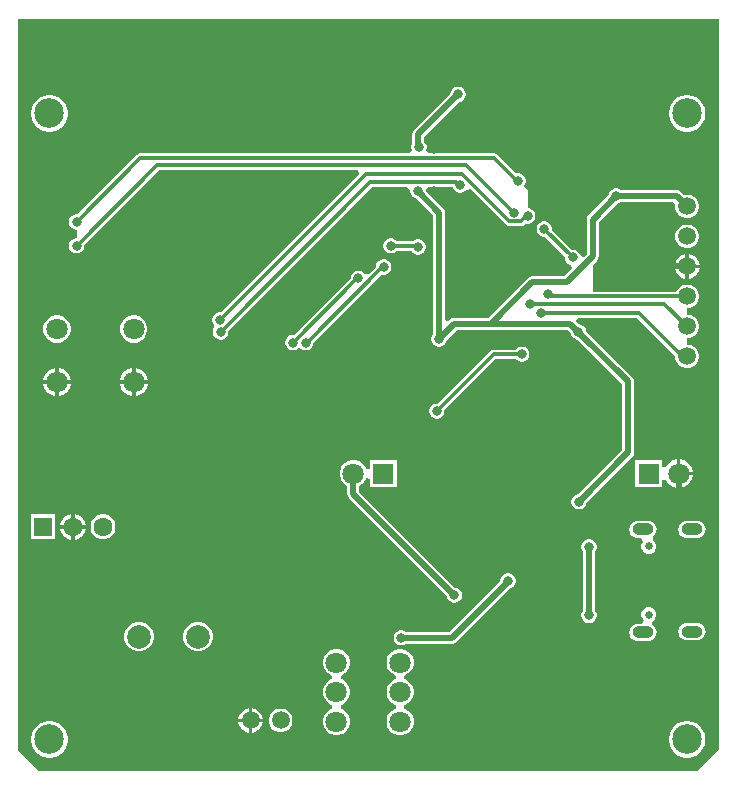
<source format=gbr>
G04*
G04 #@! TF.GenerationSoftware,Altium Limited,Altium Designer,24.3.1 (35)*
G04*
G04 Layer_Physical_Order=2*
G04 Layer_Color=16711680*
%FSAX25Y25*%
%MOIN*%
G70*
G04*
G04 #@! TF.SameCoordinates,A3C2EEE2-FC71-4F10-AF2F-9764D03318EB*
G04*
G04*
G04 #@! TF.FilePolarity,Positive*
G04*
G01*
G75*
%ADD31C,0.06299*%
%ADD32R,0.06299X0.06299*%
%ADD34C,0.05906*%
%ADD35C,0.07874*%
%ADD36C,0.07087*%
%ADD37R,0.07087X0.07087*%
%ADD38C,0.02559*%
%ADD39O,0.07087X0.03937*%
%ADD43C,0.01181*%
%ADD44C,0.01968*%
%ADD48C,0.09843*%
%ADD49C,0.03150*%
G36*
X0235016Y0008373D02*
X0227848Y0001204D01*
X0008373Y0001204D01*
X0001204Y0008373D01*
X0001204Y0251969D01*
X0235016Y0251969D01*
X0235016Y0008373D01*
X0235016Y0008373D02*
G37*
%LPC*%
G36*
X0225010Y0226575D02*
X0223808Y0226575D01*
X0222629Y0226340D01*
X0221519Y0225880D01*
X0220519Y0225213D01*
X0219669Y0224362D01*
X0219002Y0223363D01*
X0218542Y0222252D01*
X0218307Y0221074D01*
X0218307Y0219871D01*
X0218542Y0218692D01*
X0219002Y0217582D01*
X0219669Y0216582D01*
X0220519Y0215732D01*
X0221519Y0215065D01*
X0222629Y0214605D01*
X0223808Y0214370D01*
X0225010Y0214370D01*
X0226189Y0214605D01*
X0227300Y0215065D01*
X0228299Y0215732D01*
X0229150Y0216582D01*
X0229817Y0217582D01*
X0230277Y0218692D01*
X0230512Y0219871D01*
X0230512Y0221074D01*
X0230277Y0222252D01*
X0229817Y0223363D01*
X0229150Y0224362D01*
X0228299Y0225213D01*
X0227300Y0225880D01*
X0226189Y0226340D01*
X0225010Y0226575D01*
X0225010Y0226575D02*
G37*
G36*
X0012412Y0226575D02*
X0011210Y0226575D01*
X0010031Y0226340D01*
X0008920Y0225880D01*
X0007921Y0225213D01*
X0007071Y0224362D01*
X0006403Y0223363D01*
X0005943Y0222252D01*
X0005709Y0221074D01*
X0005709Y0219871D01*
X0005943Y0218692D01*
X0006403Y0217582D01*
X0007071Y0216582D01*
X0007921Y0215732D01*
X0008920Y0215065D01*
X0010031Y0214605D01*
X0011210Y0214370D01*
X0012412Y0214370D01*
X0013591Y0214605D01*
X0014702Y0215065D01*
X0015701Y0215732D01*
X0016551Y0216582D01*
X0017219Y0217582D01*
X0017679Y0218692D01*
X0017913Y0219871D01*
X0017913Y0221074D01*
X0017679Y0222252D01*
X0017219Y0223363D01*
X0016551Y0224362D01*
X0015701Y0225213D01*
X0014702Y0225880D01*
X0013591Y0226340D01*
X0012412Y0226575D01*
X0012412Y0226575D02*
G37*
G36*
X0148368Y0229331D02*
X0147695Y0229331D01*
X0147044Y0229156D01*
X0146460Y0228819D01*
X0145984Y0228343D01*
X0145647Y0227759D01*
X0145473Y0227109D01*
X0145473Y0227051D01*
X0133348Y0214927D01*
X0132913Y0214276D01*
X0132761Y0213508D01*
X0132761Y0210429D01*
X0132609Y0210167D01*
X0132434Y0209516D01*
X0132434Y0208842D01*
X0132580Y0208299D01*
X0132552Y0208109D01*
X0131865Y0207118D01*
X0042126Y0207118D01*
X0041511Y0206995D01*
X0040991Y0206647D01*
X0040991Y0206647D01*
X0021154Y0186811D01*
X0020529Y0186811D01*
X0019878Y0186637D01*
X0019295Y0186300D01*
X0018818Y0185823D01*
X0018482Y0185240D01*
X0018307Y0184589D01*
X0018307Y0183915D01*
X0018482Y0183264D01*
X0018818Y0182681D01*
X0019295Y0182204D01*
X0019878Y0181867D01*
X0020529Y0181693D01*
X0020866Y0181693D01*
X0020866Y0178937D01*
X0020529Y0178937D01*
X0019878Y0178763D01*
X0019295Y0178426D01*
X0018818Y0177949D01*
X0018482Y0177366D01*
X0018307Y0176715D01*
X0018307Y0176041D01*
X0018482Y0175390D01*
X0018818Y0174807D01*
X0019295Y0174330D01*
X0019878Y0173993D01*
X0020529Y0173819D01*
X0021203Y0173819D01*
X0021854Y0173993D01*
X0022437Y0174330D01*
X0022914Y0174807D01*
X0023251Y0175390D01*
X0023425Y0176041D01*
X0023425Y0176666D01*
X0048303Y0201544D01*
X0114687Y0201544D01*
X0115176Y0200363D01*
X0068939Y0154126D01*
X0068314Y0154126D01*
X0067663Y0153952D01*
X0067080Y0153615D01*
X0066603Y0153138D01*
X0066266Y0152555D01*
X0066092Y0151904D01*
X0066092Y0151230D01*
X0066266Y0150579D01*
X0066603Y0149996D01*
X0066850Y0149209D01*
X0066513Y0148626D01*
X0066339Y0147975D01*
X0066339Y0147301D01*
X0066513Y0146650D01*
X0066850Y0146066D01*
X0067326Y0145590D01*
X0067910Y0145253D01*
X0068561Y0145079D01*
X0069235Y0145079D01*
X0069885Y0145253D01*
X0070469Y0145590D01*
X0070945Y0146066D01*
X0071282Y0146650D01*
X0071457Y0147301D01*
X0071457Y0147926D01*
X0119366Y0195835D01*
X0131161Y0195835D01*
X0132087Y0194825D01*
X0132087Y0194151D01*
X0132261Y0193500D01*
X0132598Y0192917D01*
X0133074Y0192440D01*
X0133658Y0192104D01*
X0134309Y0191929D01*
X0134366Y0191929D01*
X0139725Y0186570D01*
X0139725Y0146888D01*
X0139684Y0146847D01*
X0139348Y0146263D01*
X0139173Y0145613D01*
X0139173Y0144939D01*
X0139348Y0144288D01*
X0139684Y0143704D01*
X0140161Y0143228D01*
X0140744Y0142891D01*
X0141395Y0142717D01*
X0142069Y0142717D01*
X0142720Y0142891D01*
X0143304Y0143228D01*
X0143780Y0143704D01*
X0144117Y0144288D01*
X0144291Y0144939D01*
X0144291Y0144996D01*
X0147682Y0148387D01*
X0184602Y0148387D01*
X0185630Y0147358D01*
X0185630Y0147301D01*
X0185804Y0146650D01*
X0186141Y0146066D01*
X0186618Y0145590D01*
X0187201Y0145253D01*
X0187852Y0145079D01*
X0187910Y0145079D01*
X0202717Y0130271D01*
X0202717Y0108312D01*
X0188008Y0093602D01*
X0187951Y0093602D01*
X0187300Y0093428D01*
X0186716Y0093091D01*
X0186240Y0092615D01*
X0185903Y0092031D01*
X0185728Y0091380D01*
X0185728Y0090706D01*
X0185903Y0090056D01*
X0186240Y0089472D01*
X0186716Y0088996D01*
X0187300Y0088659D01*
X0187951Y0088484D01*
X0188624Y0088484D01*
X0189275Y0088659D01*
X0189859Y0088996D01*
X0190335Y0089472D01*
X0190672Y0090056D01*
X0190847Y0090706D01*
X0190847Y0090764D01*
X0206144Y0106061D01*
X0206579Y0106712D01*
X0206732Y0107480D01*
X0206732Y0131102D01*
X0206579Y0131870D01*
X0206144Y0132522D01*
X0190748Y0147917D01*
X0190748Y0147975D01*
X0190574Y0148626D01*
X0190237Y0149209D01*
X0189760Y0149686D01*
X0189177Y0150022D01*
X0188526Y0150197D01*
X0188468Y0150197D01*
X0187437Y0151228D01*
X0187927Y0152409D01*
X0207525Y0152409D01*
X0220268Y0139666D01*
X0220268Y0139666D01*
X0220472Y0139529D01*
X0220472Y0138970D01*
X0220741Y0137969D01*
X0221259Y0137071D01*
X0221992Y0136338D01*
X0222890Y0135819D01*
X0223891Y0135551D01*
X0224928Y0135551D01*
X0225929Y0135819D01*
X0226827Y0136338D01*
X0227560Y0137071D01*
X0228078Y0137969D01*
X0228346Y0138970D01*
X0228346Y0140006D01*
X0228078Y0141008D01*
X0227560Y0141905D01*
X0226827Y0142639D01*
X0225929Y0143157D01*
X0224928Y0143425D01*
X0224409Y0143425D01*
X0224409Y0145551D01*
X0224928Y0145551D01*
X0225929Y0145819D01*
X0226827Y0146338D01*
X0227560Y0147071D01*
X0228078Y0147968D01*
X0228346Y0148970D01*
X0228346Y0150006D01*
X0228078Y0151008D01*
X0227560Y0151906D01*
X0226827Y0152638D01*
X0225929Y0153157D01*
X0224928Y0153425D01*
X0224409Y0153425D01*
X0224409Y0155551D01*
X0224928Y0155551D01*
X0225929Y0155819D01*
X0226827Y0156338D01*
X0227560Y0157071D01*
X0228078Y0157968D01*
X0228346Y0158970D01*
X0228346Y0160006D01*
X0228078Y0161008D01*
X0227560Y0161906D01*
X0226827Y0162638D01*
X0225929Y0163157D01*
X0224928Y0163425D01*
X0223891Y0163425D01*
X0222890Y0163157D01*
X0221992Y0162638D01*
X0221259Y0161906D01*
X0220790Y0161094D01*
X0192913Y0161094D01*
X0192913Y0169996D01*
X0194333Y0171415D01*
X0194768Y0172067D01*
X0194921Y0172835D01*
X0194921Y0184208D01*
X0201067Y0190354D01*
X0201124Y0190354D01*
X0201775Y0190529D01*
X0202359Y0190866D01*
X0202399Y0190906D01*
X0219559Y0190906D01*
X0220472Y0190006D01*
X0220472Y0188970D01*
X0220741Y0187969D01*
X0221259Y0187071D01*
X0221992Y0186338D01*
X0222890Y0185819D01*
X0223891Y0185551D01*
X0224928Y0185551D01*
X0225929Y0185819D01*
X0226827Y0186338D01*
X0227560Y0187071D01*
X0228078Y0187969D01*
X0228346Y0188970D01*
X0228346Y0190006D01*
X0228078Y0191008D01*
X0227560Y0191905D01*
X0226827Y0192639D01*
X0225929Y0193157D01*
X0224928Y0193425D01*
X0223891Y0193425D01*
X0223433Y0193303D01*
X0222403Y0194333D01*
X0221752Y0194768D01*
X0220984Y0194921D01*
X0202399Y0194921D01*
X0202359Y0194961D01*
X0201775Y0195298D01*
X0201124Y0195472D01*
X0200450Y0195472D01*
X0199800Y0195298D01*
X0199216Y0194961D01*
X0198740Y0194485D01*
X0198403Y0193901D01*
X0198228Y0193250D01*
X0198228Y0193193D01*
X0191494Y0186459D01*
X0191059Y0185807D01*
X0190906Y0185039D01*
X0190906Y0173666D01*
X0189961Y0172720D01*
X0189578Y0172739D01*
X0188688Y0173118D01*
X0188605Y0173429D01*
X0188268Y0174012D01*
X0187792Y0174489D01*
X0187208Y0174826D01*
X0186557Y0175000D01*
X0185932Y0175000D01*
X0179331Y0181601D01*
X0179331Y0182227D01*
X0179156Y0182878D01*
X0178819Y0183461D01*
X0178343Y0183938D01*
X0177759Y0184274D01*
X0177109Y0184449D01*
X0176435Y0184449D01*
X0175784Y0184274D01*
X0175200Y0183938D01*
X0174724Y0183461D01*
X0174387Y0182878D01*
X0174213Y0182227D01*
X0174213Y0181553D01*
X0174387Y0180902D01*
X0174724Y0180318D01*
X0175200Y0179842D01*
X0175784Y0179505D01*
X0176435Y0179331D01*
X0177060Y0179331D01*
X0183661Y0172729D01*
X0183661Y0172104D01*
X0183836Y0171453D01*
X0184173Y0170870D01*
X0184649Y0170393D01*
X0185233Y0170056D01*
X0185543Y0169973D01*
X0185923Y0169084D01*
X0185941Y0168701D01*
X0183421Y0166180D01*
X0172835Y0166180D01*
X0172067Y0166027D01*
X0171415Y0165592D01*
X0158224Y0152401D01*
X0146850Y0152401D01*
X0146082Y0152248D01*
X0145431Y0151813D01*
X0144831Y0151212D01*
X0143739Y0151664D01*
X0143739Y0187402D01*
X0143587Y0188170D01*
X0143151Y0188821D01*
X0137318Y0194654D01*
X0137365Y0195000D01*
X0138130Y0195835D01*
X0146347Y0195835D01*
X0146392Y0195666D01*
X0146729Y0195082D01*
X0147206Y0194606D01*
X0147789Y0194269D01*
X0148440Y0194095D01*
X0149114Y0194095D01*
X0149765Y0194269D01*
X0150348Y0194606D01*
X0150825Y0195082D01*
X0152193Y0195142D01*
X0164022Y0183313D01*
X0164543Y0182965D01*
X0165157Y0182843D01*
X0165157Y0182843D01*
X0168955Y0182843D01*
X0168956Y0182843D01*
X0169570Y0182965D01*
X0170091Y0183313D01*
X0170541Y0183764D01*
X0170923Y0183661D01*
X0171597Y0183661D01*
X0172248Y0183836D01*
X0172831Y0184173D01*
X0173308Y0184649D01*
X0173644Y0185233D01*
X0173819Y0185884D01*
X0173819Y0186557D01*
X0173644Y0187208D01*
X0173308Y0187792D01*
X0172831Y0188268D01*
X0172248Y0188605D01*
X0171597Y0188779D01*
X0171260Y0188779D01*
X0171260Y0194882D01*
X0169920Y0196222D01*
X0170158Y0196460D01*
X0170495Y0197044D01*
X0170669Y0197695D01*
X0170669Y0198368D01*
X0170495Y0199019D01*
X0170158Y0199603D01*
X0169682Y0200079D01*
X0169098Y0200416D01*
X0168447Y0200591D01*
X0167773Y0200591D01*
X0167421Y0200496D01*
X0161270Y0206647D01*
X0160749Y0206995D01*
X0160135Y0207118D01*
X0160135Y0207118D01*
X0138122Y0207118D01*
X0137435Y0208109D01*
X0137407Y0208299D01*
X0137553Y0208842D01*
X0137553Y0209516D01*
X0137378Y0210167D01*
X0137041Y0210750D01*
X0136775Y0211017D01*
X0136775Y0212676D01*
X0148311Y0224213D01*
X0148368Y0224213D01*
X0149019Y0224387D01*
X0149603Y0224724D01*
X0150079Y0225200D01*
X0150416Y0225784D01*
X0150591Y0226435D01*
X0150591Y0227109D01*
X0150416Y0227759D01*
X0150079Y0228343D01*
X0149603Y0228819D01*
X0149019Y0229156D01*
X0148368Y0229331D01*
X0148368Y0229331D02*
G37*
G36*
X0224928Y0183425D02*
X0223891Y0183425D01*
X0222890Y0183157D01*
X0221992Y0182639D01*
X0221259Y0181905D01*
X0220741Y0181008D01*
X0220472Y0180006D01*
X0220472Y0178970D01*
X0220741Y0177969D01*
X0221259Y0177071D01*
X0221992Y0176338D01*
X0222890Y0175819D01*
X0223891Y0175551D01*
X0224928Y0175551D01*
X0225929Y0175819D01*
X0226827Y0176338D01*
X0227560Y0177071D01*
X0228078Y0177969D01*
X0228346Y0178970D01*
X0228346Y0180006D01*
X0228078Y0181008D01*
X0227560Y0181905D01*
X0226827Y0182639D01*
X0225929Y0183157D01*
X0224928Y0183425D01*
X0224928Y0183425D02*
G37*
G36*
X0125927Y0178937D02*
X0125254Y0178937D01*
X0124603Y0178763D01*
X0124019Y0178426D01*
X0123543Y0177949D01*
X0123206Y0177366D01*
X0123031Y0176715D01*
X0123031Y0176041D01*
X0123206Y0175390D01*
X0123543Y0174807D01*
X0124019Y0174330D01*
X0124603Y0173993D01*
X0125254Y0173819D01*
X0125927Y0173819D01*
X0126578Y0173993D01*
X0127162Y0174330D01*
X0127407Y0174575D01*
X0132575Y0174575D01*
X0132669Y0174413D01*
X0133145Y0173936D01*
X0133729Y0173600D01*
X0134380Y0173425D01*
X0135054Y0173425D01*
X0135704Y0173600D01*
X0136288Y0173936D01*
X0136764Y0174413D01*
X0137101Y0174996D01*
X0137276Y0175647D01*
X0137276Y0176321D01*
X0137101Y0176972D01*
X0136764Y0177556D01*
X0136288Y0178032D01*
X0135704Y0178369D01*
X0135054Y0178543D01*
X0134380Y0178543D01*
X0133729Y0178369D01*
X0133145Y0178032D01*
X0132900Y0177787D01*
X0127732Y0177787D01*
X0127638Y0177949D01*
X0127162Y0178426D01*
X0126578Y0178763D01*
X0125927Y0178937D01*
X0125927Y0178937D02*
G37*
G36*
X0225000Y0173609D02*
X0225000Y0170079D01*
X0228531Y0170079D01*
X0228262Y0171084D01*
X0227717Y0172026D01*
X0226948Y0172796D01*
X0226005Y0173340D01*
X0225000Y0173609D01*
X0225000Y0173609D02*
G37*
G36*
X0223819Y0173609D02*
X0222814Y0173340D01*
X0221871Y0172796D01*
X0221101Y0172026D01*
X0220557Y0171084D01*
X0220288Y0170079D01*
X0223819Y0170079D01*
X0223819Y0173609D01*
X0223819Y0173609D02*
G37*
G36*
X0123565Y0171850D02*
X0122891Y0171850D01*
X0122241Y0171676D01*
X0121657Y0171339D01*
X0121181Y0170863D01*
X0120844Y0170279D01*
X0120669Y0169628D01*
X0120669Y0169397D01*
X0118258Y0166985D01*
X0116889Y0167045D01*
X0116412Y0167522D01*
X0115829Y0167858D01*
X0115178Y0168033D01*
X0114504Y0168033D01*
X0113854Y0167858D01*
X0113270Y0167522D01*
X0112794Y0167045D01*
X0112457Y0166462D01*
X0112282Y0165811D01*
X0112282Y0165579D01*
X0093334Y0146631D01*
X0093250Y0146653D01*
X0092576Y0146653D01*
X0091926Y0146479D01*
X0091342Y0146142D01*
X0090866Y0145666D01*
X0090529Y0145082D01*
X0090354Y0144431D01*
X0090354Y0143758D01*
X0090529Y0143107D01*
X0090866Y0142523D01*
X0091342Y0142047D01*
X0091926Y0141710D01*
X0092576Y0141535D01*
X0093250Y0141535D01*
X0093901Y0141710D01*
X0094485Y0142047D01*
X0095079Y0142445D01*
X0095673Y0142047D01*
X0096256Y0141710D01*
X0096907Y0141535D01*
X0097581Y0141535D01*
X0098232Y0141710D01*
X0098815Y0142047D01*
X0099292Y0142523D01*
X0099629Y0143107D01*
X0099803Y0143758D01*
X0099803Y0143989D01*
X0122619Y0166805D01*
X0122891Y0166732D01*
X0123565Y0166732D01*
X0124216Y0166907D01*
X0124800Y0167244D01*
X0125276Y0167720D01*
X0125613Y0168304D01*
X0125787Y0168954D01*
X0125787Y0169628D01*
X0125613Y0170279D01*
X0125276Y0170863D01*
X0124800Y0171339D01*
X0124216Y0171676D01*
X0123565Y0171850D01*
X0123565Y0171850D02*
G37*
G36*
X0228531Y0168898D02*
X0225000Y0168898D01*
X0225000Y0165367D01*
X0226005Y0165636D01*
X0226948Y0166180D01*
X0227717Y0166950D01*
X0228262Y0167893D01*
X0228531Y0168898D01*
X0228531Y0168898D02*
G37*
G36*
X0223819Y0168898D02*
X0220288Y0168898D01*
X0220557Y0167893D01*
X0221101Y0166950D01*
X0221871Y0166180D01*
X0222814Y0165636D01*
X0223819Y0165367D01*
X0223819Y0168898D01*
X0223819Y0168898D02*
G37*
G36*
X0040557Y0153150D02*
X0039365Y0153150D01*
X0038213Y0152841D01*
X0037181Y0152245D01*
X0036338Y0151402D01*
X0035742Y0150370D01*
X0035433Y0149218D01*
X0035433Y0148026D01*
X0035742Y0146874D01*
X0036338Y0145842D01*
X0037181Y0144999D01*
X0038213Y0144403D01*
X0039365Y0144095D01*
X0040557Y0144095D01*
X0041708Y0144403D01*
X0042741Y0144999D01*
X0043584Y0145842D01*
X0044180Y0146874D01*
X0044488Y0148026D01*
X0044488Y0149218D01*
X0044180Y0150370D01*
X0043584Y0151402D01*
X0042741Y0152245D01*
X0041708Y0152841D01*
X0040557Y0153150D01*
X0040557Y0153150D02*
G37*
G36*
X0014966Y0153150D02*
X0013774Y0153150D01*
X0012622Y0152841D01*
X0011590Y0152245D01*
X0010747Y0151402D01*
X0010151Y0150370D01*
X0009843Y0149218D01*
X0009843Y0148026D01*
X0010151Y0146874D01*
X0010747Y0145842D01*
X0011590Y0144999D01*
X0012622Y0144403D01*
X0013774Y0144095D01*
X0014966Y0144095D01*
X0016118Y0144403D01*
X0017150Y0144999D01*
X0017993Y0145842D01*
X0018589Y0146874D01*
X0018898Y0148026D01*
X0018898Y0149218D01*
X0018589Y0150370D01*
X0017993Y0151402D01*
X0017150Y0152245D01*
X0016118Y0152841D01*
X0014966Y0153150D01*
X0014966Y0153150D02*
G37*
G36*
X0169628Y0142717D02*
X0168954Y0142717D01*
X0168304Y0142542D01*
X0167720Y0142205D01*
X0167278Y0141763D01*
X0159899Y0141763D01*
X0159285Y0141641D01*
X0158764Y0141293D01*
X0158764Y0141293D01*
X0141233Y0123762D01*
X0140608Y0123762D01*
X0139957Y0123588D01*
X0139374Y0123251D01*
X0138897Y0122774D01*
X0138560Y0122191D01*
X0138386Y0121540D01*
X0138386Y0120866D01*
X0138560Y0120215D01*
X0138897Y0119632D01*
X0139374Y0119155D01*
X0139957Y0118818D01*
X0140608Y0118644D01*
X0141282Y0118644D01*
X0141933Y0118818D01*
X0142516Y0119155D01*
X0142993Y0119632D01*
X0143330Y0120215D01*
X0143504Y0120866D01*
X0143504Y0121491D01*
X0160564Y0138552D01*
X0167278Y0138552D01*
X0167720Y0138110D01*
X0168304Y0137773D01*
X0168954Y0137598D01*
X0169628Y0137598D01*
X0170279Y0137773D01*
X0170863Y0138110D01*
X0171339Y0138586D01*
X0171676Y0139170D01*
X0171850Y0139821D01*
X0171850Y0140494D01*
X0171676Y0141145D01*
X0171339Y0141729D01*
X0170863Y0142205D01*
X0170279Y0142542D01*
X0169628Y0142717D01*
X0169628Y0142717D02*
G37*
G36*
X0040583Y0135630D02*
X0040551Y0135630D01*
X0040551Y0131496D01*
X0044685Y0131496D01*
X0044685Y0131527D01*
X0044363Y0132729D01*
X0043741Y0133806D01*
X0042862Y0134686D01*
X0041784Y0135308D01*
X0040583Y0135630D01*
X0040583Y0135630D02*
G37*
G36*
X0014992Y0135630D02*
X0014961Y0135630D01*
X0014961Y0131496D01*
X0019094Y0131496D01*
X0019094Y0131527D01*
X0018772Y0132729D01*
X0018150Y0133806D01*
X0017271Y0134686D01*
X0016194Y0135308D01*
X0014992Y0135630D01*
X0014992Y0135630D02*
G37*
G36*
X0039370Y0135630D02*
X0039339Y0135630D01*
X0038137Y0135308D01*
X0037060Y0134686D01*
X0036180Y0133806D01*
X0035558Y0132729D01*
X0035236Y0131527D01*
X0035236Y0131496D01*
X0039370Y0131496D01*
X0039370Y0135630D01*
X0039370Y0135630D02*
G37*
G36*
X0013780Y0135630D02*
X0013748Y0135630D01*
X0012547Y0135308D01*
X0011469Y0134686D01*
X0010590Y0133806D01*
X0009968Y0132729D01*
X0009646Y0131527D01*
X0009646Y0131496D01*
X0013780Y0131496D01*
X0013780Y0135630D01*
X0013780Y0135630D02*
G37*
G36*
X0044685Y0130315D02*
X0040551Y0130315D01*
X0040551Y0126181D01*
X0040583Y0126181D01*
X0041784Y0126503D01*
X0042862Y0127125D01*
X0043741Y0128005D01*
X0044363Y0129082D01*
X0044685Y0130283D01*
X0044685Y0130315D01*
X0044685Y0130315D02*
G37*
G36*
X0039370Y0130315D02*
X0035236Y0130315D01*
X0035236Y0130283D01*
X0035558Y0129082D01*
X0036180Y0128005D01*
X0037060Y0127125D01*
X0038137Y0126503D01*
X0039339Y0126181D01*
X0039370Y0126181D01*
X0039370Y0130315D01*
X0039370Y0130315D02*
G37*
G36*
X0019094Y0130315D02*
X0014961Y0130315D01*
X0014961Y0126181D01*
X0014992Y0126181D01*
X0016194Y0126503D01*
X0017271Y0127125D01*
X0018150Y0128005D01*
X0018772Y0129082D01*
X0019094Y0130283D01*
X0019094Y0130315D01*
X0019094Y0130315D02*
G37*
G36*
X0013780Y0130315D02*
X0009646Y0130315D01*
X0009646Y0130283D01*
X0009968Y0129082D01*
X0010590Y0128005D01*
X0011469Y0127125D01*
X0012547Y0126503D01*
X0013748Y0126181D01*
X0013780Y0126181D01*
X0013780Y0130315D01*
X0013780Y0130315D02*
G37*
G36*
X0220945Y0105118D02*
X0220913Y0105118D01*
X0219712Y0104796D01*
X0218635Y0104174D01*
X0217755Y0103295D01*
X0217244Y0102410D01*
X0216553Y0102433D01*
X0216063Y0102615D01*
X0216063Y0104921D01*
X0207008Y0104921D01*
X0207008Y0095866D01*
X0216063Y0095866D01*
X0216063Y0098172D01*
X0216553Y0098354D01*
X0217244Y0098378D01*
X0217755Y0097493D01*
X0218635Y0096613D01*
X0219712Y0095991D01*
X0220913Y0095669D01*
X0220945Y0095669D01*
X0220945Y0100394D01*
X0220945Y0105118D01*
X0220945Y0105118D02*
G37*
G36*
X0127638Y0104921D02*
X0118583Y0104921D01*
X0118583Y0102027D01*
X0117402Y0101871D01*
X0117329Y0102141D01*
X0116733Y0103174D01*
X0115890Y0104017D01*
X0114858Y0104613D01*
X0113706Y0104921D01*
X0112514Y0104921D01*
X0111363Y0104613D01*
X0110330Y0104017D01*
X0109487Y0103174D01*
X0108891Y0102141D01*
X0108583Y0100990D01*
X0108583Y0099798D01*
X0108891Y0098646D01*
X0109487Y0097614D01*
X0110330Y0096771D01*
X0111103Y0096325D01*
X0111103Y0093583D01*
X0111256Y0092815D01*
X0111691Y0092163D01*
X0144291Y0059563D01*
X0144291Y0059506D01*
X0144466Y0058855D01*
X0144803Y0058271D01*
X0145279Y0057795D01*
X0145863Y0057458D01*
X0146513Y0057284D01*
X0147187Y0057284D01*
X0147838Y0057458D01*
X0148422Y0057795D01*
X0148898Y0058271D01*
X0149235Y0058855D01*
X0149409Y0059506D01*
X0149409Y0060179D01*
X0149235Y0060830D01*
X0148898Y0061414D01*
X0148422Y0061890D01*
X0147838Y0062227D01*
X0147187Y0062402D01*
X0147130Y0062402D01*
X0115117Y0094414D01*
X0115117Y0096325D01*
X0115890Y0096771D01*
X0116733Y0097614D01*
X0117329Y0098646D01*
X0117402Y0098916D01*
X0118583Y0098761D01*
X0118583Y0095866D01*
X0127638Y0095866D01*
X0127638Y0104921D01*
X0127638Y0104921D02*
G37*
G36*
X0222157Y0105118D02*
X0222126Y0105118D01*
X0222126Y0100984D01*
X0226260Y0100984D01*
X0226260Y0101016D01*
X0225938Y0102217D01*
X0225316Y0103295D01*
X0224436Y0104174D01*
X0223359Y0104796D01*
X0222157Y0105118D01*
X0222157Y0105118D02*
G37*
G36*
X0226260Y0099803D02*
X0222126Y0099803D01*
X0222126Y0095669D01*
X0222157Y0095669D01*
X0223359Y0095991D01*
X0224436Y0096613D01*
X0225316Y0097493D01*
X0225938Y0098570D01*
X0226260Y0099772D01*
X0226260Y0099803D01*
X0226260Y0099803D02*
G37*
G36*
X0020276Y0087002D02*
X0020276Y0083268D01*
X0024010Y0083268D01*
X0023721Y0084349D01*
X0023151Y0085336D01*
X0022344Y0086143D01*
X0021357Y0086713D01*
X0020276Y0087002D01*
X0020276Y0087002D02*
G37*
G36*
X0019094Y0087002D02*
X0018013Y0086713D01*
X0017026Y0086143D01*
X0016220Y0085336D01*
X0015650Y0084349D01*
X0015360Y0083268D01*
X0019094Y0083268D01*
X0019094Y0087002D01*
X0019094Y0087002D02*
G37*
G36*
X0227559Y0084750D02*
X0224409Y0084750D01*
X0223639Y0084648D01*
X0222920Y0084351D01*
X0222304Y0083877D01*
X0221830Y0083261D01*
X0221533Y0082542D01*
X0221431Y0081772D01*
X0221533Y0081001D01*
X0221830Y0080282D01*
X0222304Y0079666D01*
X0222920Y0079192D01*
X0223639Y0078895D01*
X0224409Y0078793D01*
X0227559Y0078793D01*
X0228330Y0078895D01*
X0229048Y0079192D01*
X0229665Y0079666D01*
X0230138Y0080282D01*
X0230436Y0081001D01*
X0230537Y0081772D01*
X0230436Y0082542D01*
X0230138Y0083261D01*
X0229665Y0083877D01*
X0229048Y0084351D01*
X0228330Y0084648D01*
X0227559Y0084750D01*
X0227559Y0084750D02*
G37*
G36*
X0030229Y0086811D02*
X0029141Y0086811D01*
X0028089Y0086529D01*
X0027147Y0085985D01*
X0026377Y0085215D01*
X0025833Y0084273D01*
X0025551Y0083221D01*
X0025551Y0082133D01*
X0025833Y0081082D01*
X0026377Y0080139D01*
X0027147Y0079369D01*
X0028089Y0078825D01*
X0029141Y0078543D01*
X0030229Y0078543D01*
X0031281Y0078825D01*
X0032223Y0079369D01*
X0032993Y0080139D01*
X0033537Y0081082D01*
X0033819Y0082133D01*
X0033819Y0083221D01*
X0033537Y0084273D01*
X0032993Y0085215D01*
X0032223Y0085985D01*
X0031281Y0086529D01*
X0030229Y0086811D01*
X0030229Y0086811D02*
G37*
G36*
X0013819Y0086811D02*
X0005551Y0086811D01*
X0005551Y0078543D01*
X0013819Y0078543D01*
X0013819Y0086811D01*
X0013819Y0086811D02*
G37*
G36*
X0024010Y0082087D02*
X0020276Y0082087D01*
X0020276Y0078352D01*
X0021357Y0078642D01*
X0022344Y0079212D01*
X0023151Y0080018D01*
X0023721Y0081006D01*
X0024010Y0082087D01*
X0024010Y0082087D02*
G37*
G36*
X0019094Y0082087D02*
X0015360Y0082087D01*
X0015650Y0081006D01*
X0016220Y0080018D01*
X0017026Y0079212D01*
X0018013Y0078642D01*
X0019094Y0078352D01*
X0019094Y0082087D01*
X0019094Y0082087D02*
G37*
G36*
X0211220Y0084750D02*
X0208071Y0084750D01*
X0207300Y0084648D01*
X0206582Y0084351D01*
X0205965Y0083877D01*
X0205492Y0083261D01*
X0205194Y0082542D01*
X0205093Y0081772D01*
X0205194Y0081001D01*
X0205492Y0080282D01*
X0205965Y0079666D01*
X0206582Y0079192D01*
X0207300Y0078895D01*
X0208071Y0078793D01*
X0209116Y0078793D01*
X0209605Y0077612D01*
X0209528Y0077536D01*
X0209154Y0076631D01*
X0209154Y0075652D01*
X0209528Y0074748D01*
X0210220Y0074056D01*
X0211125Y0073681D01*
X0212104Y0073681D01*
X0213008Y0074056D01*
X0213700Y0074748D01*
X0214075Y0075652D01*
X0214075Y0076631D01*
X0213700Y0077536D01*
X0213142Y0078093D01*
X0213064Y0078292D01*
X0213033Y0078666D01*
X0213080Y0079476D01*
X0213326Y0079666D01*
X0213800Y0080282D01*
X0214097Y0081001D01*
X0214199Y0081772D01*
X0214097Y0082542D01*
X0213800Y0083261D01*
X0213326Y0083877D01*
X0212709Y0084351D01*
X0211991Y0084648D01*
X0211220Y0084750D01*
X0211220Y0084750D02*
G37*
G36*
X0192069Y0078543D02*
X0191395Y0078543D01*
X0190744Y0078369D01*
X0190161Y0078032D01*
X0189684Y0077556D01*
X0189348Y0076972D01*
X0189173Y0076321D01*
X0189173Y0075647D01*
X0189348Y0074997D01*
X0189684Y0074413D01*
X0189725Y0074372D01*
X0189725Y0054762D01*
X0189684Y0054721D01*
X0189348Y0054137D01*
X0189173Y0053487D01*
X0189173Y0052813D01*
X0189348Y0052162D01*
X0189684Y0051578D01*
X0190161Y0051102D01*
X0190744Y0050765D01*
X0191395Y0050591D01*
X0192069Y0050591D01*
X0192720Y0050765D01*
X0193304Y0051102D01*
X0193780Y0051578D01*
X0194117Y0052162D01*
X0194291Y0052813D01*
X0194291Y0053487D01*
X0194117Y0054137D01*
X0193780Y0054721D01*
X0193739Y0054762D01*
X0193739Y0074372D01*
X0193780Y0074413D01*
X0194117Y0074997D01*
X0194291Y0075647D01*
X0194291Y0076321D01*
X0194117Y0076972D01*
X0193780Y0077556D01*
X0193304Y0078032D01*
X0192720Y0078369D01*
X0192069Y0078543D01*
X0192069Y0078543D02*
G37*
G36*
X0165027Y0067126D02*
X0164354Y0067126D01*
X0163703Y0066952D01*
X0163119Y0066615D01*
X0162643Y0066138D01*
X0162306Y0065555D01*
X0162131Y0064904D01*
X0162131Y0064527D01*
X0145281Y0047676D01*
X0130746Y0047676D01*
X0130705Y0047717D01*
X0130122Y0048054D01*
X0129471Y0048228D01*
X0128797Y0048228D01*
X0128146Y0048054D01*
X0127563Y0047717D01*
X0127086Y0047241D01*
X0126749Y0046657D01*
X0126575Y0046006D01*
X0126575Y0045332D01*
X0126749Y0044682D01*
X0127086Y0044098D01*
X0127563Y0043622D01*
X0128146Y0043285D01*
X0128797Y0043110D01*
X0129471Y0043110D01*
X0130122Y0043285D01*
X0130705Y0043622D01*
X0130746Y0043662D01*
X0146112Y0043662D01*
X0146880Y0043815D01*
X0147532Y0044250D01*
X0165385Y0062104D01*
X0165678Y0062182D01*
X0166262Y0062519D01*
X0166738Y0062996D01*
X0167075Y0063579D01*
X0167250Y0064230D01*
X0167250Y0064904D01*
X0167075Y0065555D01*
X0166738Y0066138D01*
X0166262Y0066615D01*
X0165678Y0066952D01*
X0165027Y0067126D01*
X0165027Y0067126D02*
G37*
G36*
X0227559Y0050734D02*
X0224409Y0050734D01*
X0223639Y0050633D01*
X0222920Y0050335D01*
X0222304Y0049862D01*
X0221830Y0049245D01*
X0221533Y0048527D01*
X0221431Y0047756D01*
X0221533Y0046985D01*
X0221830Y0046267D01*
X0222304Y0045650D01*
X0222920Y0045177D01*
X0223639Y0044879D01*
X0224409Y0044778D01*
X0227559Y0044778D01*
X0228330Y0044879D01*
X0229048Y0045177D01*
X0229665Y0045650D01*
X0230138Y0046267D01*
X0230436Y0046985D01*
X0230537Y0047756D01*
X0230436Y0048527D01*
X0230138Y0049245D01*
X0229665Y0049862D01*
X0229048Y0050335D01*
X0228330Y0050633D01*
X0227559Y0050734D01*
X0227559Y0050734D02*
G37*
G36*
X0212104Y0055846D02*
X0211125Y0055846D01*
X0210220Y0055472D01*
X0209528Y0054780D01*
X0209154Y0053875D01*
X0209154Y0052896D01*
X0209528Y0051992D01*
X0209920Y0051600D01*
X0209495Y0050419D01*
X0208071Y0050419D01*
X0207300Y0050318D01*
X0206582Y0050020D01*
X0205965Y0049547D01*
X0205492Y0048930D01*
X0205194Y0048212D01*
X0205093Y0047441D01*
X0205194Y0046670D01*
X0205492Y0045952D01*
X0205965Y0045335D01*
X0206582Y0044862D01*
X0207300Y0044564D01*
X0208071Y0044463D01*
X0211220Y0044463D01*
X0211991Y0044564D01*
X0212709Y0044862D01*
X0213326Y0045335D01*
X0213800Y0045952D01*
X0214097Y0046670D01*
X0214199Y0047441D01*
X0214097Y0048212D01*
X0213800Y0048930D01*
X0213326Y0049547D01*
X0212813Y0049941D01*
X0212758Y0050417D01*
X0212857Y0051237D01*
X0213008Y0051300D01*
X0213700Y0051992D01*
X0214075Y0052896D01*
X0214075Y0053875D01*
X0213700Y0054780D01*
X0213008Y0055472D01*
X0212104Y0055846D01*
X0212104Y0055846D02*
G37*
G36*
X0062065Y0050984D02*
X0060769Y0050984D01*
X0059518Y0050649D01*
X0058396Y0050001D01*
X0057479Y0049085D01*
X0056831Y0047962D01*
X0056496Y0046711D01*
X0056496Y0045415D01*
X0056831Y0044164D01*
X0057479Y0043041D01*
X0058396Y0042125D01*
X0059518Y0041477D01*
X0060769Y0041142D01*
X0062065Y0041142D01*
X0063317Y0041477D01*
X0064439Y0042125D01*
X0065355Y0043041D01*
X0066003Y0044164D01*
X0066339Y0045415D01*
X0066339Y0046711D01*
X0066003Y0047962D01*
X0065355Y0049085D01*
X0064439Y0050001D01*
X0063317Y0050649D01*
X0062065Y0050984D01*
X0062065Y0050984D02*
G37*
G36*
X0042380Y0050984D02*
X0041084Y0050984D01*
X0039833Y0050649D01*
X0038711Y0050001D01*
X0037794Y0049085D01*
X0037146Y0047962D01*
X0036811Y0046711D01*
X0036811Y0045415D01*
X0037146Y0044164D01*
X0037794Y0043041D01*
X0038711Y0042125D01*
X0039833Y0041477D01*
X0041084Y0041142D01*
X0042380Y0041142D01*
X0043632Y0041477D01*
X0044754Y0042125D01*
X0045670Y0043041D01*
X0046318Y0044164D01*
X0046654Y0045415D01*
X0046654Y0046711D01*
X0046318Y0047962D01*
X0045670Y0049085D01*
X0044754Y0050001D01*
X0043632Y0050649D01*
X0042380Y0050984D01*
X0042380Y0050984D02*
G37*
G36*
X0079449Y0022232D02*
X0079449Y0018701D01*
X0082980Y0018701D01*
X0082710Y0019706D01*
X0082166Y0020649D01*
X0081397Y0021418D01*
X0080454Y0021962D01*
X0079449Y0022232D01*
X0079449Y0022232D02*
G37*
G36*
X0078268Y0022232D02*
X0077263Y0021962D01*
X0076320Y0021418D01*
X0075550Y0020649D01*
X0075006Y0019706D01*
X0074737Y0018701D01*
X0078268Y0018701D01*
X0078268Y0022232D01*
X0078268Y0022232D02*
G37*
G36*
X0089377Y0022047D02*
X0088340Y0022047D01*
X0087339Y0021779D01*
X0086441Y0021261D01*
X0085708Y0020528D01*
X0085190Y0019630D01*
X0084921Y0018629D01*
X0084921Y0017592D01*
X0085190Y0016591D01*
X0085708Y0015693D01*
X0086441Y0014960D01*
X0087339Y0014442D01*
X0088340Y0014173D01*
X0089377Y0014173D01*
X0090378Y0014442D01*
X0091276Y0014960D01*
X0092009Y0015693D01*
X0092527Y0016591D01*
X0092795Y0017592D01*
X0092795Y0018629D01*
X0092527Y0019630D01*
X0092009Y0020528D01*
X0091276Y0021261D01*
X0090378Y0021779D01*
X0089377Y0022047D01*
X0089377Y0022047D02*
G37*
G36*
X0078268Y0017520D02*
X0074737Y0017520D01*
X0075006Y0016515D01*
X0075550Y0015572D01*
X0076320Y0014802D01*
X0077263Y0014258D01*
X0078268Y0013989D01*
X0078268Y0017520D01*
X0078268Y0017520D02*
G37*
G36*
X0082980Y0017520D02*
X0079449Y0017520D01*
X0079449Y0013989D01*
X0080454Y0014258D01*
X0081397Y0014802D01*
X0082166Y0015572D01*
X0082710Y0016515D01*
X0082980Y0017520D01*
X0082980Y0017520D02*
G37*
G36*
X0129336Y0041929D02*
X0128144Y0041929D01*
X0126993Y0041621D01*
X0125960Y0041025D01*
X0125117Y0040182D01*
X0124521Y0039149D01*
X0124213Y0037998D01*
X0124213Y0036805D01*
X0124521Y0035654D01*
X0125117Y0034622D01*
X0125960Y0033779D01*
X0126993Y0033183D01*
X0127332Y0033092D01*
X0127332Y0031869D01*
X0126993Y0031778D01*
X0125960Y0031182D01*
X0125117Y0030339D01*
X0124521Y0029307D01*
X0124213Y0028155D01*
X0124213Y0026963D01*
X0124521Y0025811D01*
X0125117Y0024779D01*
X0125960Y0023936D01*
X0126993Y0023340D01*
X0127331Y0023249D01*
X0127331Y0022026D01*
X0126993Y0021936D01*
X0125960Y0021339D01*
X0125117Y0020497D01*
X0124521Y0019464D01*
X0124213Y0018313D01*
X0124213Y0017120D01*
X0124521Y0015969D01*
X0125117Y0014937D01*
X0125960Y0014094D01*
X0126993Y0013498D01*
X0128144Y0013189D01*
X0129336Y0013189D01*
X0130488Y0013498D01*
X0131520Y0014094D01*
X0132363Y0014937D01*
X0132959Y0015969D01*
X0133268Y0017120D01*
X0133268Y0018313D01*
X0132959Y0019464D01*
X0132363Y0020497D01*
X0131520Y0021339D01*
X0130488Y0021936D01*
X0130149Y0022026D01*
X0130149Y0023249D01*
X0130488Y0023340D01*
X0131520Y0023936D01*
X0132363Y0024779D01*
X0132959Y0025811D01*
X0133268Y0026963D01*
X0133268Y0028155D01*
X0132959Y0029307D01*
X0132363Y0030339D01*
X0131520Y0031182D01*
X0130488Y0031778D01*
X0130148Y0031869D01*
X0130148Y0033092D01*
X0130488Y0033183D01*
X0131520Y0033779D01*
X0132363Y0034622D01*
X0132959Y0035654D01*
X0133268Y0036805D01*
X0133268Y0037998D01*
X0132959Y0039149D01*
X0132363Y0040182D01*
X0131520Y0041025D01*
X0130488Y0041621D01*
X0129336Y0041929D01*
X0129336Y0041929D02*
G37*
G36*
X0108076Y0041929D02*
X0106884Y0041929D01*
X0105733Y0041621D01*
X0104700Y0041025D01*
X0103857Y0040182D01*
X0103261Y0039149D01*
X0102953Y0037998D01*
X0102953Y0036805D01*
X0103261Y0035654D01*
X0103857Y0034622D01*
X0104700Y0033779D01*
X0105733Y0033183D01*
X0106072Y0033092D01*
X0106072Y0031869D01*
X0105733Y0031778D01*
X0104700Y0031182D01*
X0103857Y0030339D01*
X0103261Y0029307D01*
X0102953Y0028155D01*
X0102953Y0026963D01*
X0103261Y0025811D01*
X0103857Y0024779D01*
X0104700Y0023936D01*
X0105733Y0023340D01*
X0106072Y0023249D01*
X0106072Y0022026D01*
X0105733Y0021936D01*
X0104700Y0021339D01*
X0103857Y0020497D01*
X0103261Y0019464D01*
X0102953Y0018313D01*
X0102953Y0017120D01*
X0103261Y0015969D01*
X0103857Y0014937D01*
X0104700Y0014094D01*
X0105733Y0013498D01*
X0106884Y0013189D01*
X0108076Y0013189D01*
X0109228Y0013498D01*
X0110260Y0014094D01*
X0111103Y0014937D01*
X0111699Y0015969D01*
X0112008Y0017120D01*
X0112008Y0018313D01*
X0111699Y0019464D01*
X0111103Y0020497D01*
X0110260Y0021339D01*
X0109228Y0021936D01*
X0108889Y0022026D01*
X0108889Y0023249D01*
X0109228Y0023340D01*
X0110260Y0023936D01*
X0111103Y0024779D01*
X0111699Y0025811D01*
X0112008Y0026963D01*
X0112008Y0028155D01*
X0111699Y0029307D01*
X0111103Y0030339D01*
X0110260Y0031182D01*
X0109228Y0031778D01*
X0108889Y0031869D01*
X0108889Y0033092D01*
X0109228Y0033183D01*
X0110260Y0033779D01*
X0111103Y0034622D01*
X0111699Y0035654D01*
X0112008Y0036805D01*
X0112008Y0037998D01*
X0111699Y0039149D01*
X0111103Y0040182D01*
X0110260Y0041025D01*
X0109228Y0041621D01*
X0108076Y0041929D01*
X0108076Y0041929D02*
G37*
G36*
X0225010Y0017913D02*
X0223808Y0017913D01*
X0222629Y0017679D01*
X0221519Y0017219D01*
X0220519Y0016551D01*
X0219669Y0015701D01*
X0219002Y0014702D01*
X0218542Y0013591D01*
X0218307Y0012412D01*
X0218307Y0011210D01*
X0218542Y0010031D01*
X0219002Y0008920D01*
X0219669Y0007921D01*
X0220519Y0007071D01*
X0221519Y0006403D01*
X0222629Y0005943D01*
X0223808Y0005709D01*
X0225010Y0005709D01*
X0226189Y0005943D01*
X0227300Y0006403D01*
X0228299Y0007071D01*
X0229150Y0007921D01*
X0229817Y0008920D01*
X0230277Y0010031D01*
X0230512Y0011210D01*
X0230512Y0012412D01*
X0230277Y0013591D01*
X0229817Y0014702D01*
X0229150Y0015701D01*
X0228299Y0016551D01*
X0227300Y0017219D01*
X0226189Y0017679D01*
X0225010Y0017913D01*
X0225010Y0017913D02*
G37*
G36*
X0012412Y0017913D02*
X0011210Y0017913D01*
X0010031Y0017679D01*
X0008920Y0017219D01*
X0007921Y0016551D01*
X0007071Y0015701D01*
X0006403Y0014702D01*
X0005943Y0013591D01*
X0005709Y0012412D01*
X0005709Y0011210D01*
X0005943Y0010031D01*
X0006403Y0008920D01*
X0007071Y0007921D01*
X0007921Y0007071D01*
X0008920Y0006403D01*
X0010031Y0005943D01*
X0011210Y0005709D01*
X0012412Y0005709D01*
X0013591Y0005943D01*
X0014702Y0006403D01*
X0015701Y0007071D01*
X0016551Y0007921D01*
X0017219Y0008920D01*
X0017679Y0010031D01*
X0017913Y0011210D01*
X0017913Y0012412D01*
X0017679Y0013591D01*
X0017219Y0014702D01*
X0016551Y0015701D01*
X0015701Y0016551D01*
X0014702Y0017219D01*
X0013591Y0017679D01*
X0012412Y0017913D01*
X0012412Y0017913D02*
G37*
%LPD*%
D31*
X0029685Y0082677D02*
D03*
X0019685Y0082677D02*
D03*
D32*
X0009685Y0082677D02*
D03*
D34*
X0078858Y0018110D02*
D03*
X0088858Y0018110D02*
D03*
X0224409Y0139488D02*
D03*
X0224409Y0189488D02*
D03*
X0224409Y0169488D02*
D03*
X0224409Y0159488D02*
D03*
X0224409Y0149488D02*
D03*
X0224409Y0179488D02*
D03*
D35*
X0061417Y0046063D02*
D03*
X0041732Y0046063D02*
D03*
D36*
X0039961Y0148622D02*
D03*
X0039961Y0130905D02*
D03*
X0014370Y0148622D02*
D03*
X0014370Y0130905D02*
D03*
X0128740Y0027559D02*
D03*
X0128740Y0037402D02*
D03*
X0128740Y0017717D02*
D03*
X0107480Y0027559D02*
D03*
X0107480Y0037402D02*
D03*
X0107480Y0017717D02*
D03*
X0113110Y0100394D02*
D03*
X0221535Y0100394D02*
D03*
D37*
X0123110Y0100394D02*
D03*
X0211535Y0100394D02*
D03*
D38*
X0211614Y0076142D02*
D03*
X0211614Y0053386D02*
D03*
D39*
X0209646Y0047441D02*
D03*
X0209646Y0081772D02*
D03*
X0225984Y0047756D02*
D03*
X0225984Y0081772D02*
D03*
D43*
X0140945Y0121203D02*
X0159899Y0140157D01*
X0169291Y0140157D01*
X0150787Y0203150D02*
X0166535Y0187402D01*
X0020866Y0176378D02*
X0047638Y0203150D01*
X0150787Y0203150D01*
X0149213Y0200394D02*
X0165157Y0184449D01*
X0068651Y0151567D02*
X0117478Y0200394D01*
X0149213Y0200394D01*
X0020866Y0184252D02*
X0042126Y0205512D01*
X0160135Y0205512D01*
X0167615Y0198031D01*
X0125591Y0176378D02*
X0125787Y0176181D01*
X0134520Y0176181D01*
X0134717Y0175984D01*
X0068898Y0147638D02*
X0118701Y0197441D01*
X0147457Y0197441D01*
X0148244Y0196653D01*
X0148777Y0196653D01*
X0093068Y0144095D02*
X0114447Y0165474D01*
X0092913Y0144095D02*
X0093068Y0144095D01*
X0114447Y0165474D02*
X0114841Y0165474D01*
X0097244Y0144095D02*
X0097638Y0144095D01*
X0122835Y0169291D01*
X0123228Y0169291D01*
X0165157Y0184449D02*
X0168956Y0184449D01*
X0170727Y0186221D01*
X0171260Y0186221D01*
X0167615Y0198031D02*
X0168110Y0198031D01*
X0176772Y0181890D02*
X0186221Y0172441D01*
X0208190Y0154015D02*
X0221404Y0140801D01*
X0175668Y0154015D02*
X0208190Y0154015D01*
X0172047Y0157087D02*
X0216811Y0157087D01*
X0224409Y0149488D01*
X0179388Y0159488D02*
X0224409Y0159488D01*
X0177953Y0160391D02*
X0178485Y0160391D01*
X0179388Y0159488D01*
X0221404Y0140801D02*
X0221818Y0140801D01*
X0223131Y0139488D02*
X0224409Y0139488D01*
X0221818Y0140801D02*
X0223131Y0139488D01*
D44*
X0134767Y0213508D02*
X0148031Y0226772D01*
X0148031Y0226772D01*
X0134767Y0209405D02*
X0134767Y0213508D01*
X0134767Y0209405D02*
X0134994Y0209179D01*
X0197244Y0201969D02*
X0202362Y0201969D01*
X0196850Y0207480D02*
X0202362Y0201969D01*
X0196850Y0207480D02*
X0196850Y0222047D01*
X0188976Y0210236D02*
X0197244Y0201969D01*
X0196653Y0222244D02*
X0196850Y0222047D01*
X0204060Y0169488D02*
X0224409Y0169488D01*
X0200787Y0172441D02*
X0201107Y0172441D01*
X0204060Y0169488D01*
X0113110Y0093583D02*
X0146850Y0059842D01*
X0113110Y0093583D02*
X0113110Y0100394D01*
X0188189Y0147638D02*
X0204724Y0131102D01*
X0185433Y0150394D02*
X0188189Y0147638D01*
X0041535Y0229331D02*
X0041535Y0233661D01*
X0046457Y0238583D01*
X0204724Y0107480D02*
X0204724Y0131102D01*
X0188287Y0091043D02*
X0204724Y0107480D01*
X0180315Y0081102D02*
X0180315Y0118504D01*
X0191732Y0129921D01*
X0200074Y0129921D01*
X0196653Y0222244D02*
X0196653Y0225394D01*
X0182283Y0239764D02*
X0196653Y0225394D01*
X0167323Y0239764D02*
X0182283Y0239764D01*
X0159055Y0231496D02*
X0167323Y0239764D01*
X0129134Y0045669D02*
X0146112Y0045669D01*
X0164690Y0064247D01*
X0164690Y0064567D01*
X0180709Y0051968D02*
X0180709Y0060541D01*
X0184399Y0063976D02*
X0184827Y0064404D01*
X0184144Y0063976D02*
X0184399Y0063976D01*
X0180709Y0060541D02*
X0184144Y0063976D01*
X0183858Y0077239D02*
X0183858Y0077559D01*
X0185310Y0064567D02*
X0185310Y0075788D01*
X0183858Y0077239D02*
X0185310Y0075788D01*
X0035659Y0223454D02*
X0041535Y0229331D01*
X0200074Y0129921D02*
X0200468Y0129528D01*
X0200787Y0129528D01*
X0110404Y0143081D02*
X0114341Y0143081D01*
X0114567Y0143307D01*
X0102756Y0135433D02*
X0110404Y0143081D01*
X0125758Y0154498D02*
X0125758Y0156861D01*
X0125984Y0157087D01*
X0114567Y0143307D02*
X0125758Y0154498D01*
X0026604Y0223454D02*
X0035659Y0223454D01*
X0026378Y0223228D02*
X0026604Y0223454D01*
X0183858Y0077559D02*
X0194655Y0088355D01*
X0180315Y0081102D02*
X0183858Y0077559D01*
X0140551Y0024016D02*
X0183858Y0024016D01*
X0197244Y0037402D02*
X0197244Y0042913D01*
X0183858Y0024016D02*
X0197244Y0037402D01*
X0180709Y0051968D02*
X0189764Y0042913D01*
X0197236Y0042913D01*
X0221535Y0094764D02*
X0221535Y0100394D01*
X0215127Y0088355D02*
X0221535Y0094764D01*
X0194655Y0088355D02*
X0215127Y0088355D01*
X0102362Y0062598D02*
X0102362Y0068898D01*
X0102362Y0075197D01*
X0141732Y0145276D02*
X0141732Y0187402D01*
X0134646Y0194488D02*
X0141732Y0187402D01*
X0172835Y0164173D02*
X0184252Y0164173D01*
X0159055Y0150394D02*
X0185433Y0150394D01*
X0159055Y0150394D02*
X0172835Y0164173D01*
X0146850Y0150394D02*
X0159055Y0150394D01*
X0184252Y0164173D02*
X0192913Y0172835D01*
X0192913Y0185039D01*
X0200787Y0192913D01*
X0141732Y0145276D02*
X0146850Y0150394D01*
X0200787Y0192913D02*
X0220984Y0192913D01*
X0224409Y0189488D01*
X0169291Y0210236D02*
X0188976Y0210236D01*
X0191732Y0053150D02*
X0191732Y0075984D01*
D48*
X0224409Y0011811D02*
D03*
X0224409Y0220472D02*
D03*
X0011811Y0220472D02*
D03*
X0011811Y0011811D02*
D03*
D49*
X0154331Y0061024D02*
D03*
X0039370Y0098425D02*
D03*
X0039370Y0088583D02*
D03*
X0140945Y0121203D02*
D03*
X0175591Y0126772D02*
D03*
X0172047Y0136614D02*
D03*
X0181890Y0134646D02*
D03*
X0169685Y0120079D02*
D03*
X0162205Y0106299D02*
D03*
X0163386Y0114173D02*
D03*
X0162205Y0097638D02*
D03*
X0162205Y0088583D02*
D03*
X0162205Y0079921D02*
D03*
X0166929Y0072441D02*
D03*
X0166929Y0056693D02*
D03*
X0134994Y0209179D02*
D03*
X0125591Y0144095D02*
D03*
X0202362Y0201969D02*
D03*
X0200787Y0172441D02*
D03*
X0020866Y0184252D02*
D03*
X0020866Y0176378D02*
D03*
X0078740Y0167323D02*
D03*
X0068898Y0167323D02*
D03*
X0059055Y0167323D02*
D03*
X0049213Y0167323D02*
D03*
X0118110Y0216535D02*
D03*
X0118110Y0226378D02*
D03*
X0127953Y0226378D02*
D03*
X0116142Y0170866D02*
D03*
X0127953Y0216535D02*
D03*
X0140157Y0208661D02*
D03*
X0125591Y0176378D02*
D03*
X0099606Y0163386D02*
D03*
X0026772Y0139764D02*
D03*
X0017323Y0161024D02*
D03*
X0037008Y0155512D02*
D03*
X0059055Y0154331D02*
D03*
X0083465Y0152362D02*
D03*
X0068651Y0151567D02*
D03*
X0068898Y0147638D02*
D03*
X0215354Y0184646D02*
D03*
X0198031Y0164173D02*
D03*
X0200000Y0145669D02*
D03*
X0108661Y0085039D02*
D03*
X0097638Y0045276D02*
D03*
X0075197Y0062205D02*
D03*
X0007874Y0124016D02*
D03*
X0085827Y0137008D02*
D03*
X0103937Y0144488D02*
D03*
X0053937Y0122835D02*
D03*
X0068898Y0138189D02*
D03*
X0093701Y0156299D02*
D03*
X0137795Y0226378D02*
D03*
X0189764Y0111417D02*
D03*
X0108268Y0122441D02*
D03*
X0061024Y0145276D02*
D03*
X0175984Y0173622D02*
D03*
X0188976Y0188976D02*
D03*
X0196850Y0029528D02*
D03*
X0187008Y0019685D02*
D03*
X0177165Y0019685D02*
D03*
X0118110Y0009843D02*
D03*
X0108268Y0009843D02*
D03*
X0098425Y0009843D02*
D03*
X0088583Y0009843D02*
D03*
X0078740Y0009843D02*
D03*
X0127953Y0009843D02*
D03*
X0137795Y0009843D02*
D03*
X0177165Y0078740D02*
D03*
X0177165Y0088583D02*
D03*
X0019685Y0206693D02*
D03*
X0046457Y0238583D02*
D03*
X0046457Y0248819D02*
D03*
X0009843Y0196850D02*
D03*
X0009843Y0206693D02*
D03*
X0009843Y0177165D02*
D03*
X0009843Y0187008D02*
D03*
X0009843Y0167323D02*
D03*
X0009843Y0157480D02*
D03*
X0068898Y0196850D02*
D03*
X0078740Y0196850D02*
D03*
X0078740Y0187008D02*
D03*
X0068898Y0187008D02*
D03*
X0059055Y0187008D02*
D03*
X0059055Y0196850D02*
D03*
X0059055Y0216535D02*
D03*
X0088583Y0226378D02*
D03*
X0088583Y0216535D02*
D03*
X0088583Y0196850D02*
D03*
X0088583Y0187008D02*
D03*
X0088583Y0177165D02*
D03*
X0078740Y0177165D02*
D03*
X0068898Y0177165D02*
D03*
X0059055Y0177165D02*
D03*
X0049213Y0177165D02*
D03*
X0049213Y0187008D02*
D03*
X0049213Y0196850D02*
D03*
X0049213Y0216535D02*
D03*
X0049213Y0226378D02*
D03*
X0068898Y0236221D02*
D03*
X0068898Y0226378D02*
D03*
X0078740Y0216535D02*
D03*
X0078740Y0226378D02*
D03*
X0068898Y0216535D02*
D03*
X0059055Y0226378D02*
D03*
X0157480Y0167323D02*
D03*
X0137990Y0128619D02*
D03*
X0137795Y0137795D02*
D03*
X0147638Y0137795D02*
D03*
X0137795Y0088583D02*
D03*
X0088583Y0088583D02*
D03*
X0078740Y0108268D02*
D03*
X0059055Y0098425D02*
D03*
X0068898Y0098425D02*
D03*
X0078740Y0098425D02*
D03*
X0078740Y0127953D02*
D03*
X0078740Y0118110D02*
D03*
X0068898Y0118110D02*
D03*
X0068898Y0108268D02*
D03*
X0059055Y0108268D02*
D03*
X0049213Y0108268D02*
D03*
X0049213Y0098425D02*
D03*
X0049213Y0088583D02*
D03*
X0049213Y0078740D02*
D03*
X0029528Y0049213D02*
D03*
X0029528Y0039370D02*
D03*
X0019685Y0039370D02*
D03*
X0019685Y0049213D02*
D03*
X0019685Y0059055D02*
D03*
X0019685Y0068898D02*
D03*
X0029528Y0068898D02*
D03*
X0029528Y0059055D02*
D03*
X0029528Y0029528D02*
D03*
X0019685Y0029528D02*
D03*
X0009843Y0029528D02*
D03*
X0009843Y0039370D02*
D03*
X0009843Y0049213D02*
D03*
X0009843Y0059055D02*
D03*
X0009843Y0068898D02*
D03*
X0039370Y0078740D02*
D03*
X0039370Y0068898D02*
D03*
X0068898Y0019685D02*
D03*
X0059055Y0019685D02*
D03*
X0049213Y0019685D02*
D03*
X0039370Y0019685D02*
D03*
X0029528Y0019685D02*
D03*
X0029528Y0009843D02*
D03*
X0039370Y0009843D02*
D03*
X0049213Y0009843D02*
D03*
X0059055Y0009843D02*
D03*
X0068898Y0009843D02*
D03*
X0206693Y0029528D02*
D03*
X0206693Y0019685D02*
D03*
X0196850Y0019685D02*
D03*
X0167323Y0019685D02*
D03*
X0157480Y0019685D02*
D03*
X0147638Y0019685D02*
D03*
X0147638Y0009843D02*
D03*
X0157480Y0009843D02*
D03*
X0167323Y0009843D02*
D03*
X0177165Y0009843D02*
D03*
X0187008Y0009843D02*
D03*
X0196850Y0009843D02*
D03*
X0206693Y0009843D02*
D03*
X0216535Y0029528D02*
D03*
X0226378Y0029528D02*
D03*
X0226378Y0039370D02*
D03*
X0226378Y0059055D02*
D03*
X0226378Y0068898D02*
D03*
X0216535Y0127953D02*
D03*
X0226378Y0118110D02*
D03*
X0226378Y0127953D02*
D03*
X0226378Y0206693D02*
D03*
X0216535Y0206693D02*
D03*
X0216535Y0236221D02*
D03*
X0226378Y0236221D02*
D03*
X0147638Y0236221D02*
D03*
X0137795Y0236221D02*
D03*
X0127953Y0236221D02*
D03*
X0118110Y0236221D02*
D03*
X0108268Y0236221D02*
D03*
X0098425Y0236221D02*
D03*
X0059055Y0236221D02*
D03*
X0078740Y0236221D02*
D03*
X0088583Y0236221D02*
D03*
X0029528Y0236221D02*
D03*
X0019685Y0236221D02*
D03*
X0009843Y0236221D02*
D03*
X0226378Y0246063D02*
D03*
X0216535Y0246063D02*
D03*
X0206693Y0246063D02*
D03*
X0187008Y0246063D02*
D03*
X0196850Y0246063D02*
D03*
X0177165Y0246063D02*
D03*
X0167323Y0246063D02*
D03*
X0157480Y0246063D02*
D03*
X0147638Y0246063D02*
D03*
X0137795Y0246063D02*
D03*
X0118110Y0246063D02*
D03*
X0127953Y0246063D02*
D03*
X0108268Y0246063D02*
D03*
X0098425Y0246063D02*
D03*
X0088583Y0246063D02*
D03*
X0078740Y0246063D02*
D03*
X0059055Y0246063D02*
D03*
X0068898Y0246063D02*
D03*
X0029528Y0246063D02*
D03*
X0019685Y0246063D02*
D03*
X0009843Y0246063D02*
D03*
X0125591Y0123622D02*
D03*
X0026378Y0210630D02*
D03*
X0109449Y0052756D02*
D03*
X0064567Y0090551D02*
D03*
X0048031Y0138189D02*
D03*
X0165354Y0130315D02*
D03*
X0159449Y0124016D02*
D03*
X0169291Y0140157D02*
D03*
X0152756Y0101575D02*
D03*
X0153543Y0118110D02*
D03*
X0152756Y0108661D02*
D03*
X0152756Y0094095D02*
D03*
X0152756Y0086614D02*
D03*
X0152756Y0079528D02*
D03*
X0152756Y0070472D02*
D03*
X0159449Y0157283D02*
D03*
X0156102Y0176969D02*
D03*
X0140157Y0194488D02*
D03*
X0182283Y0239764D02*
D03*
X0146850Y0059842D02*
D03*
X0185310Y0064567D02*
D03*
X0164690Y0064567D02*
D03*
X0191732Y0129921D02*
D03*
X0102756Y0135433D02*
D03*
X0159055Y0231496D02*
D03*
X0114841Y0165474D02*
D03*
X0123228Y0169291D02*
D03*
X0125984Y0157087D02*
D03*
X0114567Y0143307D02*
D03*
X0026378Y0223228D02*
D03*
X0200787Y0129528D02*
D03*
X0140551Y0024016D02*
D03*
X0197244Y0042913D02*
D03*
X0180709Y0051968D02*
D03*
X0183858Y0077559D02*
D03*
X0102362Y0075197D02*
D03*
X0102362Y0062598D02*
D03*
X0102362Y0068898D02*
D03*
X0188287Y0091043D02*
D03*
X0148031Y0226772D02*
D03*
X0148777Y0196653D02*
D03*
X0092913Y0144095D02*
D03*
X0171260Y0186221D02*
D03*
X0176772Y0181890D02*
D03*
X0134646Y0194488D02*
D03*
X0166535Y0187402D02*
D03*
X0186221Y0172441D02*
D03*
X0097244Y0144095D02*
D03*
X0141732Y0145276D02*
D03*
X0188189Y0147638D02*
D03*
X0177953Y0160391D02*
D03*
X0175668Y0154015D02*
D03*
X0172047Y0157087D02*
D03*
X0200787Y0192913D02*
D03*
X0168110Y0198031D02*
D03*
X0134717Y0175984D02*
D03*
X0169291Y0210236D02*
D03*
X0196850Y0222047D02*
D03*
X0129134Y0045669D02*
D03*
X0191732Y0053150D02*
D03*
X0191732Y0075984D02*
D03*
M02*

</source>
